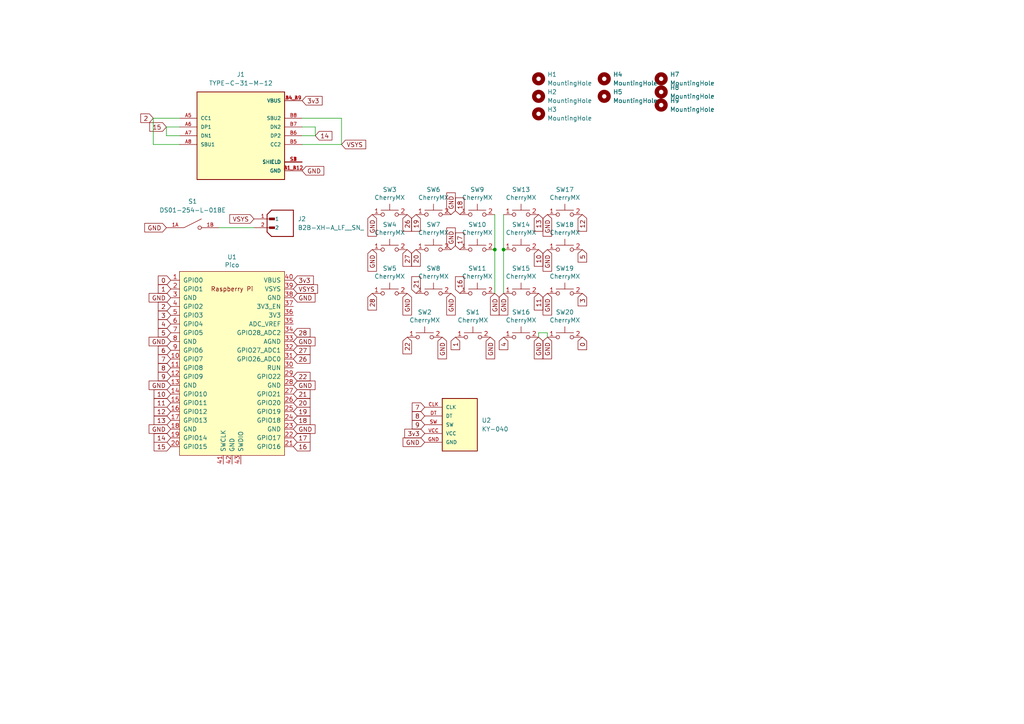
<source format=kicad_sch>
(kicad_sch (version 20230121) (generator eeschema)
  (paper "A4")
  (lib_symbols
    (symbol "B2B-XH-A_LF__SN_:B2B-XH-A_LF__SN_" (pin_names (offset 1.016))
      (property "Reference" "J" (at -2.54 6.35 0))
      (property "Value" "B2B-XH-A_LF__SN_" (at -2.54 -5.08 0))
      (symbol "B2B-XH-A_LF__SN__0_0"
        (rectangle (start -3.175 -0.3175) (end -1.5875 0.3175) (stroke (width 0.1)) (fill (type outline)))
        (rectangle (start -3.175 2.2225) (end -1.5875 2.8575) (stroke (width 0.1)) (fill (type outline)))
        (polyline (pts (xy -3.81 -1.27) (xy -2.54 -2.54)) (stroke (width 0.254)))
        (polyline (pts (xy -3.81 3.81) (xy -3.81 -1.27)) (stroke (width 0.254)))
        (polyline (pts (xy -3.81 3.81) (xy -2.54 5.08)) (stroke (width 0.254)))
        (polyline (pts (xy -2.54 -2.54) (xy 3.81 -2.54)) (stroke (width 0.254)))
        (polyline (pts (xy 3.81 -2.54) (xy 3.81 5.08)) (stroke (width 0.254)))
        (polyline (pts (xy 3.81 5.08) (xy -2.54 5.08)) (stroke (width 0.254)))
        (pin passive line (at -7.62 2.54 0) (length 5.08) (name "1") (number "1"))
        (pin passive line (at -7.62 0 0) (length 5.08) (name "2") (number "2"))
      )
    )
    (symbol "DS01-254-L-01BE:DS01-254-L-01BE" (pin_names (offset 1.016))
      (property "Reference" "S" (at -5.08 5.08 0))
      (property "Value" "DS01-254-L-01BE" (at -5.08 -5.08 0))
      (symbol "DS01-254-L-01BE_0_0"
        (polyline (pts (xy -2.54 0) (xy 2.54 2.54)) (stroke (width 0.1524)))
        (circle (center 2.032 0) (radius 0.508) (stroke (width 0.1524)))
        (pin passive line (at -7.62 0 0) (length 5.08) (name "~") (number "1A"))
        (pin passive line (at 7.62 0 180) (length 5.08) (name "~") (number "1B"))
      )
    )
    (symbol "KY-040:KY-040" (pin_names (offset 1.016))
      (property "Reference" "U" (at -5.08 10.16 0))
      (property "Value" "KY-040" (at -5.08 -12.7 0))
      (symbol "KY-040_0_0"
        (rectangle (start -5.08 -7.62) (end 5.08 7.62) (stroke (width 0.254)) (fill (type background)))
        (pin output line (at -10.16 5.08 0) (length 5.08) (name "CLK") (number "CLK"))
        (pin output line (at -10.16 2.54 0) (length 5.08) (name "DT") (number "DT"))
        (pin power_in line (at -10.16 -5.08 0) (length 5.08) (name "GND") (number "GND"))
        (pin output line (at -10.16 0 0) (length 5.08) (name "SW") (number "SW"))
        (pin power_in line (at -10.16 -2.54 0) (length 5.08) (name "VCC") (number "VCC"))
      )
    )
    (symbol "Keeb-rescue:CherryMX-CherryMX" (pin_names (offset 0.254))
      (property "Reference" "SW" (at 2.54 3.175 0))
      (property "Value" "CherryMX_CherryMX" (at 0 -1.905 0))
      (symbol "CherryMX-CherryMX_1_1"
        (circle (center -2.032 0) (radius 0.508))
        (polyline (pts (xy 0 1.27) (xy 0 3.048)))
        (polyline (pts (xy 2.54 1.27) (xy -2.54 1.27)))
        (circle (center 2.032 0) (radius 0.508))
        (pin passive line (at -5.08 0 0) (length 2.54) (name "~") (number "1"))
        (pin passive line (at 5.08 0 180) (length 2.54) (name "~") (number "2"))
      )
    )
    (symbol "Keeb-rescue:Pico-MCU_RaspberryPi_and_Boards" (pin_names (offset 1.016))
      (property "Reference" "U" (at -13.97 27.94 0))
      (property "Value" "MCU_RaspberryPi_and_Boards_Pico" (at 0 19.05 0))
      (symbol "Pico-MCU_RaspberryPi_and_Boards_0_0"
        (text "Raspberry Pi" (at 0 21.59 0) (effects (font (size 1.27 1.27))))
      )
      (symbol "Pico-MCU_RaspberryPi_and_Boards_0_1"
        (rectangle (start -15.24 26.67) (end 15.24 -26.67) (fill (type background)))
      )
      (symbol "Pico-MCU_RaspberryPi_and_Boards_1_1"
        (pin bidirectional line (at -17.78 24.13 0) (length 2.54) (name "GPIO0") (number "1"))
        (pin bidirectional line (at -17.78 1.27 0) (length 2.54) (name "GPIO7") (number "10"))
        (pin bidirectional line (at -17.78 -1.27 0) (length 2.54) (name "GPIO8") (number "11"))
        (pin bidirectional line (at -17.78 -3.81 0) (length 2.54) (name "GPIO9") (number "12"))
        (pin power_in line (at -17.78 -6.35 0) (length 2.54) (name "GND") (number "13"))
        (pin bidirectional line (at -17.78 -8.89 0) (length 2.54) (name "GPIO10") (number "14"))
        (pin bidirectional line (at -17.78 -11.43 0) (length 2.54) (name "GPIO11") (number "15"))
        (pin bidirectional line (at -17.78 -13.97 0) (length 2.54) (name "GPIO12") (number "16"))
        (pin bidirectional line (at -17.78 -16.51 0) (length 2.54) (name "GPIO13") (number "17"))
        (pin power_in line (at -17.78 -19.05 0) (length 2.54) (name "GND") (number "18"))
        (pin bidirectional line (at -17.78 -21.59 0) (length 2.54) (name "GPIO14") (number "19"))
        (pin bidirectional line (at -17.78 21.59 0) (length 2.54) (name "GPIO1") (number "2"))
        (pin bidirectional line (at -17.78 -24.13 0) (length 2.54) (name "GPIO15") (number "20"))
        (pin bidirectional line (at 17.78 -24.13 180) (length 2.54) (name "GPIO16") (number "21"))
        (pin bidirectional line (at 17.78 -21.59 180) (length 2.54) (name "GPIO17") (number "22"))
        (pin power_in line (at 17.78 -19.05 180) (length 2.54) (name "GND") (number "23"))
        (pin bidirectional line (at 17.78 -16.51 180) (length 2.54) (name "GPIO18") (number "24"))
        (pin bidirectional line (at 17.78 -13.97 180) (length 2.54) (name "GPIO19") (number "25"))
        (pin bidirectional line (at 17.78 -11.43 180) (length 2.54) (name "GPIO20") (number "26"))
        (pin bidirectional line (at 17.78 -8.89 180) (length 2.54) (name "GPIO21") (number "27"))
        (pin power_in line (at 17.78 -6.35 180) (length 2.54) (name "GND") (number "28"))
        (pin bidirectional line (at 17.78 -3.81 180) (length 2.54) (name "GPIO22") (number "29"))
        (pin power_in line (at -17.78 19.05 0) (length 2.54) (name "GND") (number "3"))
        (pin input line (at 17.78 -1.27 180) (length 2.54) (name "RUN") (number "30"))
        (pin bidirectional line (at 17.78 1.27 180) (length 2.54) (name "GPIO26_ADC0") (number "31"))
        (pin bidirectional line (at 17.78 3.81 180) (length 2.54) (name "GPIO27_ADC1") (number "32"))
        (pin power_in line (at 17.78 6.35 180) (length 2.54) (name "AGND") (number "33"))
        (pin bidirectional line (at 17.78 8.89 180) (length 2.54) (name "GPIO28_ADC2") (number "34"))
        (pin unspecified line (at 17.78 11.43 180) (length 2.54) (name "ADC_VREF") (number "35"))
        (pin unspecified line (at 17.78 13.97 180) (length 2.54) (name "3V3") (number "36"))
        (pin input line (at 17.78 16.51 180) (length 2.54) (name "3V3_EN") (number "37"))
        (pin bidirectional line (at 17.78 19.05 180) (length 2.54) (name "GND") (number "38"))
        (pin unspecified line (at 17.78 21.59 180) (length 2.54) (name "VSYS") (number "39"))
        (pin bidirectional line (at -17.78 16.51 0) (length 2.54) (name "GPIO2") (number "4"))
        (pin unspecified line (at 17.78 24.13 180) (length 2.54) (name "VBUS") (number "40"))
        (pin input line (at -2.54 -29.21 90) (length 2.54) (name "SWCLK") (number "41"))
        (pin power_in line (at 0 -29.21 90) (length 2.54) (name "GND") (number "42"))
        (pin bidirectional line (at 2.54 -29.21 90) (length 2.54) (name "SWDIO") (number "43"))
        (pin bidirectional line (at -17.78 13.97 0) (length 2.54) (name "GPIO3") (number "5"))
        (pin bidirectional line (at -17.78 11.43 0) (length 2.54) (name "GPIO4") (number "6"))
        (pin bidirectional line (at -17.78 8.89 0) (length 2.54) (name "GPIO5") (number "7"))
        (pin power_in line (at -17.78 6.35 0) (length 2.54) (name "GND") (number "8"))
        (pin bidirectional line (at -17.78 3.81 0) (length 2.54) (name "GPIO6") (number "9"))
      )
    )
    (symbol "Mechanical:MountingHole" (pin_names (offset 1.016))
      (property "Reference" "H" (at 0 5.08 0))
      (property "Value" "MountingHole" (at 0 3.175 0))
      (symbol "MountingHole_0_1"
        (circle (center 0 0) (radius 1.27) (stroke (width 1.27)))
      )
    )
    (symbol "TypeC:TYPE-C-31-M-12" (pin_names (offset 1.016))
      (property "Reference" "J" (at -12.7 13.462 0))
      (property "Value" "TYPE-C-31-M-12" (at -12.7 -13.462 0))
      (symbol "TYPE-C-31-M-12_0_0"
        (rectangle (start -12.7 -12.7) (end 12.7 12.7) (stroke (width 0.254)) (fill (type background)))
        (pin power_in line (at 17.78 -10.16 180) (length 5.08) (name "GND") (number "A1_B12"))
        (pin power_in line (at 17.78 10.16 180) (length 5.08) (name "VBUS") (number "A4_B9"))
        (pin bidirectional line (at -17.78 5.08 0) (length 5.08) (name "CC1") (number "A5"))
        (pin bidirectional line (at -17.78 2.54 0) (length 5.08) (name "DP1") (number "A6"))
        (pin bidirectional line (at -17.78 0 0) (length 5.08) (name "DN1") (number "A7"))
        (pin bidirectional line (at -17.78 -2.54 0) (length 5.08) (name "SBU1") (number "A8"))
        (pin power_in line (at 17.78 -10.16 180) (length 5.08) (name "GND") (number "B1_A12"))
        (pin power_in line (at 17.78 10.16 180) (length 5.08) (name "VBUS") (number "B4_A9"))
        (pin bidirectional line (at 17.78 -2.54 180) (length 5.08) (name "CC2") (number "B5"))
        (pin bidirectional line (at 17.78 0 180) (length 5.08) (name "DP2") (number "B6"))
        (pin bidirectional line (at 17.78 2.54 180) (length 5.08) (name "DN2") (number "B7"))
        (pin bidirectional line (at 17.78 5.08 180) (length 5.08) (name "SBU2") (number "B8"))
        (pin passive line (at 17.78 -7.62 180) (length 5.08) (name "SHIELD") (number "S1"))
        (pin passive line (at 17.78 -7.62 180) (length 5.08) (name "SHIELD") (number "S2"))
        (pin passive line (at 17.78 -7.62 180) (length 5.08) (name "SHIELD") (number "S3"))
        (pin passive line (at 17.78 -7.62 180) (length 5.08) (name "SHIELD") (number "S4"))
      )
    )
  )
  (junction (at 146.05 72.39))
  (junction (at 143.51 72.39))
  (wire (pts (xy 146.05 62.23) (xy 146.05 72.39)))
  (wire (pts (xy 156.21 96.52) (xy 158.75 96.52)))
  (wire (pts (xy 44.45 41.91) (xy 52.07 41.91)))
  (wire (pts (xy 143.51 62.23) (xy 143.51 72.39)))
  (wire (pts (xy 99.06 41.91) (xy 87.63 41.91)))
  (wire (pts (xy 52.07 36.83) (xy 48.26 36.83)))
  (wire (pts (xy 156.21 97.79) (xy 156.21 96.52)))
  (wire (pts (xy 91.44 36.83) (xy 91.44 39.37)))
  (wire (pts (xy 63.5 66.04) (xy 73.66 66.04)))
  (wire (pts (xy 146.05 72.39) (xy 146.05 85.09)))
  (wire (pts (xy 91.44 39.37) (xy 87.63 39.37)))
  (wire (pts (xy 158.75 96.52) (xy 158.75 97.79)))
  (wire (pts (xy 48.26 39.37) (xy 52.07 39.37)))
  (wire (pts (xy 52.07 34.29) (xy 44.45 34.29)))
  (wire (pts (xy 48.26 36.83) (xy 48.26 39.37)))
  (wire (pts (xy 143.51 72.39) (xy 143.51 85.09)))
  (wire (pts (xy 44.45 34.29) (xy 44.45 41.91)))
  (wire (pts (xy 99.06 34.29) (xy 99.06 41.91)))
  (wire (pts (xy 87.63 36.83) (xy 91.44 36.83)))
  (wire (pts (xy 87.63 34.29) (xy 99.06 34.29)))
  (global_label "4" (shape input) (at 146.05 97.79 270) (property "Intersheetrefs" "${INTERSHEET_REFS}" (effects hide)))
  (global_label "GND" (shape input) (at 128.27 97.79 270) (property "Intersheetrefs" "${INTERSHEET_REFS}" (effects hide)))
  (global_label "5" (shape input) (at 49.53 96.52 180) (property "Intersheetrefs" "${INTERSHEET_REFS}" (effects hide)))
  (global_label "GND" (shape input) (at 130.81 62.23 90) (property "Intersheetrefs" "${INTERSHEET_REFS}" (effects hide)))
  (global_label "GND" (shape input) (at 49.53 124.46 180) (property "Intersheetrefs" "${INTERSHEET_REFS}" (effects hide)))
  (global_label "GND" (shape input) (at 107.95 72.39 270) (property "Intersheetrefs" "${INTERSHEET_REFS}" (effects hide)))
  (global_label "GND" (shape input) (at 158.75 62.23 270) (property "Intersheetrefs" "${INTERSHEET_REFS}" (effects hide)))
  (global_label "11" (shape input) (at 49.53 116.84 180) (property "Intersheetrefs" "${INTERSHEET_REFS}" (effects hide)))
  (global_label "1" (shape input) (at 132.08 97.79 270) (property "Intersheetrefs" "${INTERSHEET_REFS}" (effects hide)))
  (global_label "3" (shape input) (at 49.53 91.44 180) (property "Intersheetrefs" "${INTERSHEET_REFS}" (effects hide)))
  (global_label "GND" (shape input) (at 146.05 85.09 270) (property "Intersheetrefs" "${INTERSHEET_REFS}" (effects hide)))
  (global_label "GND" (shape input) (at 49.53 99.06 180) (property "Intersheetrefs" "${INTERSHEET_REFS}" (effects hide)))
  (global_label "GND" (shape input) (at 123.19 128.27 180) (property "Intersheetrefs" "${INTERSHEET_REFS}" (effects hide)))
  (global_label "22" (shape input) (at 85.09 109.22 0) (property "Intersheetrefs" "${INTERSHEET_REFS}" (effects hide)))
  (global_label "13" (shape input) (at 49.53 121.92 180) (property "Intersheetrefs" "${INTERSHEET_REFS}" (effects hide)))
  (global_label "GND" (shape input) (at 85.09 99.06 0) (property "Intersheetrefs" "${INTERSHEET_REFS}" (effects hide)))
  (global_label "GND" (shape input) (at 142.24 97.79 270) (property "Intersheetrefs" "${INTERSHEET_REFS}" (effects hide)))
  (global_label "0" (shape input) (at 168.91 97.79 270) (property "Intersheetrefs" "${INTERSHEET_REFS}" (effects hide)))
  (global_label "7" (shape input) (at 123.19 118.11 180) (property "Intersheetrefs" "${INTERSHEET_REFS}" (effects hide)))
  (global_label "12" (shape input) (at 168.91 62.23 270) (property "Intersheetrefs" "${INTERSHEET_REFS}" (effects hide)))
  (global_label "27" (shape input) (at 85.09 101.6 0) (property "Intersheetrefs" "${INTERSHEET_REFS}" (effects hide)))
  (global_label "28" (shape input) (at 107.95 85.09 270) (property "Intersheetrefs" "${INTERSHEET_REFS}" (effects hide)))
  (global_label "28" (shape input) (at 85.09 96.52 0) (property "Intersheetrefs" "${INTERSHEET_REFS}" (effects hide)))
  (global_label "GND" (shape input) (at 49.53 111.76 180) (property "Intersheetrefs" "${INTERSHEET_REFS}" (effects hide)))
  (global_label "8" (shape input) (at 123.19 120.65 180) (property "Intersheetrefs" "${INTERSHEET_REFS}" (effects hide)))
  (global_label "GND" (shape input) (at 107.95 62.23 270) (property "Intersheetrefs" "${INTERSHEET_REFS}" (effects hide)))
  (global_label "14" (shape input) (at 49.53 127 180) (property "Intersheetrefs" "${INTERSHEET_REFS}" (effects hide)))
  (global_label "17" (shape input) (at 85.09 127 0) (property "Intersheetrefs" "${INTERSHEET_REFS}" (effects hide)))
  (global_label "18" (shape input) (at 85.09 121.92 0) (property "Intersheetrefs" "${INTERSHEET_REFS}" (effects hide)))
  (global_label "18" (shape input) (at 133.35 62.23 90) (property "Intersheetrefs" "${INTERSHEET_REFS}" (effects hide)))
  (global_label "4" (shape input) (at 49.53 93.98 180) (property "Intersheetrefs" "${INTERSHEET_REFS}" (effects hide)))
  (global_label "GND" (shape input) (at 49.53 86.36 180) (property "Intersheetrefs" "${INTERSHEET_REFS}" (effects hide)))
  (global_label "20" (shape input) (at 85.09 116.84 0) (property "Intersheetrefs" "${INTERSHEET_REFS}" (effects hide)))
  (global_label "GND" (shape input) (at 87.63 49.53 0) (property "Intersheetrefs" "${INTERSHEET_REFS}" (effects hide)))
  (global_label "11" (shape input) (at 156.21 85.09 270) (property "Intersheetrefs" "${INTERSHEET_REFS}" (effects hide)))
  (global_label "GND" (shape input) (at 85.09 111.76 0) (property "Intersheetrefs" "${INTERSHEET_REFS}" (effects hide)))
  (global_label "VSYS" (shape input) (at 99.06 41.91 0) (property "Intersheetrefs" "${INTERSHEET_REFS}" (effects hide)))
  (global_label "GND" (shape input) (at 158.75 72.39 270) (property "Intersheetrefs" "${INTERSHEET_REFS}" (effects hide)))
  (global_label "GND" (shape input) (at 48.26 66.04 180) (property "Intersheetrefs" "${INTERSHEET_REFS}" (effects hide)))
  (global_label "13" (shape input) (at 156.21 62.23 270) (property "Intersheetrefs" "${INTERSHEET_REFS}" (effects hide)))
  (global_label "21" (shape input) (at 120.65 85.09 90) (property "Intersheetrefs" "${INTERSHEET_REFS}" (effects hide)))
  (global_label "9" (shape input) (at 49.53 109.22 180) (property "Intersheetrefs" "${INTERSHEET_REFS}" (effects hide)))
  (global_label "2" (shape input) (at 49.53 88.9 180) (property "Intersheetrefs" "${INTERSHEET_REFS}" (effects hide)))
  (global_label "GND" (shape input) (at 130.81 85.09 270) (property "Intersheetrefs" "${INTERSHEET_REFS}" (effects hide)))
  (global_label "9" (shape input) (at 123.19 123.19 180) (property "Intersheetrefs" "${INTERSHEET_REFS}" (effects hide)))
  (global_label "20" (shape input) (at 120.65 72.39 270) (property "Intersheetrefs" "${INTERSHEET_REFS}" (effects hide)))
  (global_label "27" (shape input) (at 118.11 72.39 270) (property "Intersheetrefs" "${INTERSHEET_REFS}" (effects hide)))
  (global_label "17" (shape input) (at 133.35 72.39 90) (property "Intersheetrefs" "${INTERSHEET_REFS}" (effects hide)))
  (global_label "3v3" (shape input) (at 87.63 29.21 0) (property "Intersheetrefs" "${INTERSHEET_REFS}" (effects hide)))
  (global_label "GND" (shape input) (at 118.11 85.09 270) (property "Intersheetrefs" "${INTERSHEET_REFS}" (effects hide)))
  (global_label "0" (shape input) (at 49.53 81.28 180) (property "Intersheetrefs" "${INTERSHEET_REFS}" (effects hide)))
  (global_label "15" (shape input) (at 48.26 36.83 180) (property "Intersheetrefs" "${INTERSHEET_REFS}" (effects hide)))
  (global_label "12" (shape input) (at 49.53 119.38 180) (property "Intersheetrefs" "${INTERSHEET_REFS}" (effects hide)))
  (global_label "7" (shape input) (at 49.53 104.14 180) (property "Intersheetrefs" "${INTERSHEET_REFS}" (effects hide)))
  (global_label "GND" (shape input) (at 130.81 72.39 90) (property "Intersheetrefs" "${INTERSHEET_REFS}" (effects hide)))
  (global_label "GND" (shape input) (at 158.75 97.79 270) (property "Intersheetrefs" "${INTERSHEET_REFS}" (effects hide)))
  (global_label "16" (shape input) (at 133.35 85.09 90) (property "Intersheetrefs" "${INTERSHEET_REFS}" (effects hide)))
  (global_label "10" (shape input) (at 156.21 72.39 270) (property "Intersheetrefs" "${INTERSHEET_REFS}" (effects hide)))
  (global_label "22" (shape input) (at 118.11 97.79 270) (property "Intersheetrefs" "${INTERSHEET_REFS}" (effects hide)))
  (global_label "GND" (shape input) (at 156.21 97.79 270) (property "Intersheetrefs" "${INTERSHEET_REFS}" (effects hide)))
  (global_label "19" (shape input) (at 85.09 119.38 0) (property "Intersheetrefs" "${INTERSHEET_REFS}" (effects hide)))
  (global_label "GND" (shape input) (at 158.75 85.09 270) (property "Intersheetrefs" "${INTERSHEET_REFS}" (effects hide)))
  (global_label "14" (shape input) (at 91.44 39.37 0) (property "Intersheetrefs" "${INTERSHEET_REFS}" (effects hide)))
  (global_label "21" (shape input) (at 85.09 114.3 0) (property "Intersheetrefs" "${INTERSHEET_REFS}" (effects hide)))
  (global_label "3v3" (shape input) (at 85.09 81.28 0) (property "Intersheetrefs" "${INTERSHEET_REFS}" (effects hide)))
  (global_label "16" (shape input) (at 85.09 129.54 0) (property "Intersheetrefs" "${INTERSHEET_REFS}" (effects hide)))
  (global_label "15" (shape input) (at 49.53 129.54 180) (property "Intersheetrefs" "${INTERSHEET_REFS}" (effects hide)))
  (global_label "26" (shape input) (at 85.09 104.14 0) (property "Intersheetrefs" "${INTERSHEET_REFS}" (effects hide)))
  (global_label "GND" (shape input) (at 85.09 86.36 0) (property "Intersheetrefs" "${INTERSHEET_REFS}" (effects hide)))
  (global_label "5" (shape input) (at 168.91 72.39 270) (property "Intersheetrefs" "${INTERSHEET_REFS}" (effects hide)))
  (global_label "3" (shape input) (at 168.91 85.09 270) (property "Intersheetrefs" "${INTERSHEET_REFS}" (effects hide)))
  (global_label "6" (shape input) (at 49.53 101.6 180) (property "Intersheetrefs" "${INTERSHEET_REFS}" (effects hide)))
  (global_label "19" (shape input) (at 120.65 62.23 270) (property "Intersheetrefs" "${INTERSHEET_REFS}" (effects hide)))
  (global_label "GND" (shape input) (at 143.51 85.09 270) (property "Intersheetrefs" "${INTERSHEET_REFS}" (effects hide)))
  (global_label "8" (shape input) (at 49.53 106.68 180) (property "Intersheetrefs" "${INTERSHEET_REFS}" (effects hide)))
  (global_label "10" (shape input) (at 49.53 114.3 180) (property "Intersheetrefs" "${INTERSHEET_REFS}" (effects hide)))
  (global_label "1" (shape input) (at 49.53 83.82 180) (property "Intersheetrefs" "${INTERSHEET_REFS}" (effects hide)))
  (global_label "3v3" (shape input) (at 123.19 125.73 180) (property "Intersheetrefs" "${INTERSHEET_REFS}" (effects hide)))
  (global_label "VSYS" (shape input) (at 73.66 63.5 180) (property "Intersheetrefs" "${INTERSHEET_REFS}" (effects hide)))
  (global_label "26" (shape input) (at 118.11 62.23 270) (property "Intersheetrefs" "${INTERSHEET_REFS}" (effects hide)))
  (global_label "GND" (shape input) (at 85.09 124.46 0) (property "Intersheetrefs" "${INTERSHEET_REFS}" (effects hide)))
  (global_label "2" (shape input) (at 44.45 34.29 180) (property "Intersheetrefs" "${INTERSHEET_REFS}" (effects hide)))
  (global_label "VSYS" (shape input) (at 85.09 83.82 0) (property "Intersheetrefs" "${INTERSHEET_REFS}" (effects hide)))
  (symbol (lib_id "Keeb-rescue:Pico-MCU_RaspberryPi_and_Boards") (at 67.31 105.41 0) (unit 1)
    (property "Reference" "U1" (at 67.31 74.549 0))
    (property "Value" "Pico" (at 67.31 76.8604 0))
    (property "Footprint" "MCU_RaspberryPi_and_Boards:RPi_Pico_SMD_TH_NO_BACK_HOLES" (effects hide))
  )
  (symbol (lib_id "Keeb-rescue:CherryMX-CherryMX") (at 113.03 62.23 0) (unit 1)
    (property "Reference" "SW3" (at 113.03 54.991 0))
    (property "Value" "CherryMX" (at 113.03 57.3024 0))
    (property "Footprint" "ScottoKeebs_Hotswap:Hotswap_MX_Plated_1.00u_Smaller_hole" (effects hide))
  )
  (symbol (lib_id "Keeb-rescue:CherryMX-CherryMX") (at 125.73 62.23 0) (unit 1)
    (property "Reference" "SW6" (at 125.73 54.991 0))
    (property "Value" "CherryMX" (at 125.73 57.3024 0))
    (property "Footprint" "ScottoKeebs_Hotswap:Hotswap_MX_Plated_1.00u_Smaller_hole" (effects hide))
  )
  (symbol (lib_id "Keeb-rescue:CherryMX-CherryMX") (at 138.43 62.23 0) (unit 1)
    (property "Reference" "SW9" (at 138.43 54.991 0))
    (property "Value" "CherryMX" (at 138.43 57.3024 0))
    (property "Footprint" "ScottoKeebs_Hotswap:Hotswap_MX_Plated_1.00u_Smaller_hole" (effects hide))
  )
  (symbol (lib_id "Keeb-rescue:CherryMX-CherryMX") (at 151.13 62.23 0) (unit 1)
    (property "Reference" "SW13" (at 151.13 54.991 0))
    (property "Value" "CherryMX" (at 151.13 57.3024 0))
    (property "Footprint" "ScottoKeebs_Hotswap:Hotswap_MX_Plated_1.00u_Smaller_hole" (effects hide))
  )
  (symbol (lib_id "Keeb-rescue:CherryMX-CherryMX") (at 163.83 62.23 0) (unit 1)
    (property "Reference" "SW17" (at 163.83 54.991 0))
    (property "Value" "CherryMX" (at 163.83 57.3024 0))
    (property "Footprint" "ScottoKeebs_Hotswap:Hotswap_MX_Plated_1.00u_Smaller_hole" (effects hide))
  )
  (symbol (lib_id "Keeb-rescue:CherryMX-CherryMX") (at 113.03 72.39 0) (unit 1)
    (property "Reference" "SW4" (at 113.03 65.151 0))
    (property "Value" "CherryMX" (at 113.03 67.4624 0))
    (property "Footprint" "ScottoKeebs_Hotswap:Hotswap_MX_Plated_1.00u_Smaller_hole" (effects hide))
  )
  (symbol (lib_id "Keeb-rescue:CherryMX-CherryMX") (at 125.73 72.39 0) (unit 1)
    (property "Reference" "SW7" (at 125.73 65.151 0))
    (property "Value" "CherryMX" (at 125.73 67.4624 0))
    (property "Footprint" "ScottoKeebs_Hotswap:Hotswap_MX_Plated_1.00u_Smaller_hole" (effects hide))
  )
  (symbol (lib_id "Keeb-rescue:CherryMX-CherryMX") (at 138.43 72.39 0) (unit 1)
    (property "Reference" "SW10" (at 138.43 65.151 0))
    (property "Value" "CherryMX" (at 138.43 67.4624 0))
    (property "Footprint" "ScottoKeebs_Hotswap:Hotswap_MX_Plated_1.00u_Smaller_hole" (effects hide))
  )
  (symbol (lib_id "Keeb-rescue:CherryMX-CherryMX") (at 151.13 72.39 0) (unit 1)
    (property "Reference" "SW14" (at 151.13 65.151 0))
    (property "Value" "CherryMX" (at 151.13 67.4624 0))
    (property "Footprint" "ScottoKeebs_Hotswap:Hotswap_MX_Plated_1.00u_Smaller_hole" (effects hide))
  )
  (symbol (lib_id "Keeb-rescue:CherryMX-CherryMX") (at 163.83 72.39 0) (unit 1)
    (property "Reference" "SW18" (at 163.83 65.151 0))
    (property "Value" "CherryMX" (at 163.83 67.4624 0))
    (property "Footprint" "ScottoKeebs_Hotswap:Hotswap_MX_Plated_1.00u_Smaller_hole" (effects hide))
  )
  (symbol (lib_id "Keeb-rescue:CherryMX-CherryMX") (at 113.03 85.09 0) (unit 1)
    (property "Reference" "SW5" (at 113.03 77.851 0))
    (property "Value" "CherryMX" (at 113.03 80.1624 0))
    (property "Footprint" "ScottoKeebs_Hotswap:Hotswap_MX_Plated_1.00u_Smaller_hole" (effects hide))
  )
  (symbol (lib_id "Keeb-rescue:CherryMX-CherryMX") (at 125.73 85.09 0) (unit 1)
    (property "Reference" "SW8" (at 125.73 77.851 0))
    (property "Value" "CherryMX" (at 125.73 80.1624 0))
    (property "Footprint" "ScottoKeebs_Hotswap:Hotswap_MX_Plated_1.00u_Smaller_hole" (effects hide))
  )
  (symbol (lib_id "Keeb-rescue:CherryMX-CherryMX") (at 138.43 85.09 0) (unit 1)
    (property "Reference" "SW11" (at 138.43 77.851 0))
    (property "Value" "CherryMX" (at 138.43 80.1624 0))
    (property "Footprint" "ScottoKeebs_Hotswap:Hotswap_MX_Plated_1.00u_Smaller_hole" (effects hide))
  )
  (symbol (lib_id "Keeb-rescue:CherryMX-CherryMX") (at 151.13 85.09 0) (unit 1)
    (property "Reference" "SW15" (at 151.13 77.851 0))
    (property "Value" "CherryMX" (at 151.13 80.1624 0))
    (property "Footprint" "ScottoKeebs_Hotswap:Hotswap_MX_Plated_1.00u_Smaller_hole" (effects hide))
  )
  (symbol (lib_id "Keeb-rescue:CherryMX-CherryMX") (at 163.83 85.09 0) (unit 1)
    (property "Reference" "SW19" (at 163.83 77.851 0))
    (property "Value" "CherryMX" (at 163.83 80.1624 0))
    (property "Footprint" "ScottoKeebs_Hotswap:Hotswap_MX_Plated_1.00u_Smaller_hole" (effects hide))
  )
  (symbol (lib_id "Keeb-rescue:CherryMX-CherryMX") (at 151.13 97.79 0) (unit 1)
    (property "Reference" "SW16" (at 151.13 90.551 0))
    (property "Value" "CherryMX" (at 151.13 92.8624 0))
    (property "Footprint" "ScottoKeebs_Hotswap:Hotswap_MX_Plated_1.00u_Smaller_hole" (effects hide))
  )
  (symbol (lib_id "Keeb-rescue:CherryMX-CherryMX") (at 163.83 97.79 0) (unit 1)
    (property "Reference" "SW20" (at 163.83 90.551 0))
    (property "Value" "CherryMX" (at 163.83 92.8624 0))
    (property "Footprint" "ScottoKeebs_Hotswap:Hotswap_MX_Plated_1.00u_Smaller_hole" (effects hide))
  )
  (symbol (lib_id "Mechanical:MountingHole") (at 191.77 22.86 0) (unit 1)
    (property "Reference" "H7" (at 194.31 21.59 0) (effects (justify left)))
    (property "Value" "MountingHole" (at 194.31 24.13 0) (effects (justify left)))
    (property "Footprint" "MountingHole:MountingHole_3.2mm_M3" (effects hide))
  )
  (symbol (lib_id "Keeb-rescue:CherryMX-CherryMX") (at 137.16 97.79 0) (unit 1)
    (property "Reference" "SW1" (at 137.16 90.551 0))
    (property "Value" "CherryMX" (at 137.16 92.8624 0))
    (property "Footprint" "ScottoKeebs_Hotswap:Hotswap_MX_Plated_1.00u_Smaller_hole" (effects hide))
  )
  (symbol (lib_id "TypeC:TYPE-C-31-M-12") (at 69.85 39.37 0) (unit 1)
    (property "Reference" "J1" (at 69.85 21.59 0))
    (property "Value" "TYPE-C-31-M-12" (at 69.85 24.13 0))
    (property "Footprint" "TypeC:HRO_TYPE-C-31-M-12" (effects hide))
    (property "MF" "HRO Electronics Co., Ltd." (effects hide))
    (property "MAXIMUM_PACKAGE_HEIGHT" "3.26 mm" (effects hide))
    (property "Package" "Package" (effects hide))
    (property "Price" "None" (effects hide))
    (property "Check_prices" "https://www.snapeda.com/parts/TYPE-C-31-M-12/HRO+Electronics+Co.%252C+Ltd./view-part/?ref=eda" (effects hide))
    (property "STANDARD" "Manufacturer Recommendations" (effects hide))
    (property "PARTREV" "2020.12.08" (effects hide))
    (property "SnapEDA_Link" "https://www.snapeda.com/parts/TYPE-C-31-M-12/HRO+Electronics+Co.%252C+Ltd./view-part/?ref=snap" (effects hide))
    (property "MP" "TYPE-C-31-M-12" (effects hide))
    (property "Description" "\nUSB Connectors 24 Receptacle 1 8.94*7.3mm RoHS\n" (effects hide))
    (property "SNAPEDA_PN" "TYPE-C-31-M-12" (effects hide))
    (property "Availability" "Not in stock" (effects hide))
    (property "MANUFACTURER" "HRO Electronics Co., Ltd." (effects hide))
  )
  (symbol (lib_id "Mechanical:MountingHole") (at 191.77 26.67 0) (unit 1)
    (property "Reference" "H8" (at 194.31 25.4 0) (effects (justify left)))
    (property "Value" "MountingHole" (at 194.31 27.94 0) (effects (justify left)))
    (property "Footprint" "MountingHole:MountingHole_3.2mm_M3" (effects hide))
  )
  (symbol (lib_id "DS01-254-L-01BE:DS01-254-L-01BE") (at 55.88 66.04 0) (unit 1)
    (property "Reference" "S1" (at 55.88 58.42 0))
    (property "Value" "DS01-254-L-01BE" (at 55.88 60.96 0))
    (property "Footprint" "DIP:SW_DS01-254-L-01BE" (effects hide))
    (property "MF" "CUI Devices" (effects hide))
    (property "MAXIMUM_PACKAGE_HEIGHT" "7.0mm" (effects hide))
    (property "Package" "None" (effects hide))
    (property "Price" "None" (effects hide))
    (property "Check_prices" "https://www.snapeda.com/parts/DS01-254-L-01BE/CUI+Devices/view-part/?ref=eda" (effects hide))
    (property "STANDARD" "Manufacturer recommendations" (effects hide))
    (property "PARTREV" "1.0" (effects hide))
    (property "SnapEDA_Link" "https://www.snapeda.com/parts/DS01-254-L-01BE/CUI+Devices/view-part/?ref=snap" (effects hide))
    (property "MP" "DS01-254-L-01BE" (effects hide))
    (property "Purchase-URL" "https://www.snapeda.com/api/url_track_click_mouser/?unipart_id=4467329&manufacturer=CUI Devices&part_name=DS01-254-L-01BE&search_term=None" (effects hide))
    (property "Description" "1 Position, Through Hole, 2.54 mm Pitch, Raised Slide Actuator, Flat Bottom, Long Pin, DIP Switch" (effects hide))
    (property "CUI_purchase_URL" "https://www.cuidevices.com/product/switches/dip-switches/ds01-254-l-01be?utm_source=snapeda.com&utm_medium=referral&utm_campaign=snapedaBOM" (effects hide))
    (property "Availability" "In Stock" (effects hide))
    (property "MANUFACTURER" "CUI" (effects hide))
  )
  (symbol (lib_id "B2B-XH-A_LF__SN_:B2B-XH-A_LF__SN_") (at 81.28 66.04 0) (unit 1)
    (property "Reference" "J2" (at 86.36 63.5 0) (effects (justify left)))
    (property "Value" "B2B-XH-A_LF__SN_" (at 86.36 66.04 0) (effects (justify left)))
    (property "Footprint" "Connectors_user:JST_B2B-XH-A_LF__SN_" (effects hide))
    (property "MF" "JST Sales America Inc." (effects hide))
    (property "MAXIMUM_PACKAGE_HEIGHT" "7 mm" (effects hide))
    (property "Package" "None" (effects hide))
    (property "Price" "None" (effects hide))
    (property "Check_prices" "https://www.snapeda.com/parts/B2B-XH-A(LF)(SN)/JST+Sales+America+Inc./view-part/?ref=eda" (effects hide))
    (property "STANDARD" "Manufacturer Recommendations" (effects hide))
    (property "PARTREV" "N/A" (effects hide))
    (property "SnapEDA_Link" "https://www.snapeda.com/parts/B2B-XH-A(LF)(SN)/JST+Sales+America+Inc./view-part/?ref=snap" (effects hide))
    (property "MP" "B2B-XH-A(LF)(SN)" (effects hide))
    (property "Description" "\nConnector Header Through Hole 2 position 0.098 (2.50mm)\n" (effects hide))
    (property "Availability" "In Stock" (effects hide))
    (property "MANUFACTURER" "JST Sales America Inc." (effects hide))
  )
  (symbol (lib_id "KY-040:KY-040") (at 133.35 123.19 0) (unit 1)
    (property "Reference" "U2" (at 139.7 121.92 0) (effects (justify left)))
    (property "Value" "KY-040" (at 139.7 124.46 0) (effects (justify left)))
    (property "Footprint" "KY-040:KY-040-PORT" (effects hide))
    (property "MF" "Joy-IT" (effects hide))
    (property "Description" "\nKY-5.0-4P Green(RAL6018/T) ; CONTACT WITH TIN PLATED MARK\n" (effects hide))
    (property "Package" "Package" (effects hide))
    (property "Price" "None" (effects hide))
    (property "SnapEDA_Link" "https://www.snapeda.com/parts/KY-040/Joy-IT/view-part/?ref=snap" (effects hide))
    (property "MP" "KY-040" (effects hide))
    (property "Availability" "Not in stock" (effects hide))
    (property "Check_prices" "https://www.snapeda.com/parts/KY-040/Joy-IT/view-part/?ref=eda" (effects hide))
  )
  (symbol (lib_id "Mechanical:MountingHole") (at 175.26 22.86 0) (unit 1)
    (property "Reference" "H4" (at 177.8 21.59 0) (effects (justify left)))
    (property "Value" "MountingHole" (at 177.8 24.13 0) (effects (justify left)))
    (property "Footprint" "MountingHole:MountingHole_3.2mm_M3" (effects hide))
  )
  (symbol (lib_id "Mechanical:MountingHole") (at 156.21 22.86 0) (unit 1)
    (property "Reference" "H1" (at 158.75 21.59 0) (effects (justify left)))
    (property "Value" "MountingHole" (at 158.75 24.13 0) (effects (justify left)))
    (property "Footprint" "MountingHole:MountingHole_3.2mm_M3" (effects hide))
  )
  (symbol (lib_id "Mechanical:MountingHole") (at 156.21 27.94 0) (unit 1)
    (property "Reference" "H2" (at 158.75 26.67 0) (effects (justify left)))
    (property "Value" "MountingHole" (at 158.75 29.21 0) (effects (justify left)))
    (property "Footprint" "MountingHole:MountingHole_3.2mm_M3" (effects hide))
  )
  (symbol (lib_id "Mechanical:MountingHole") (at 156.21 33.02 0) (unit 1)
    (property "Reference" "H3" (at 158.75 31.75 0) (effects (justify left)))
    (property "Value" "MountingHole" (at 158.75 34.29 0) (effects (justify left)))
    (property "Footprint" "MountingHole:MountingHole_3.2mm_M3" (effects hide))
  )
  (symbol (lib_id "Mechanical:MountingHole") (at 175.26 27.94 0) (unit 1)
    (property "Reference" "H5" (at 177.8 26.67 0) (effects (justify left)))
    (property "Value" "MountingHole" (at 177.8 29.21 0) (effects (justify left)))
    (property "Footprint" "MountingHole:MountingHole_3.2mm_M3" (effects hide))
  )
  (symbol (lib_id "Keeb-rescue:CherryMX-CherryMX") (at 123.19 97.79 0) (unit 1)
    (property "Reference" "SW2" (at 123.19 90.551 0))
    (property "Value" "CherryMX" (at 123.19 92.8624 0))
    (property "Footprint" "ScottoKeebs_Hotswap:Hotswap_MX_Plated_1.00u_Smaller_hole" (effects hide))
  )
  (symbol (lib_id "Mechanical:MountingHole") (at 191.77 30.48 0) (unit 1)
    (property "Reference" "H9" (at 194.31 29.21 0) (effects (justify left)))
    (property "Value" "MountingHole" (at 194.31 31.75 0) (effects (justify left)))
    (property "Footprint" "MountingHole:MountingHole_3.2mm_M3" (effects hide))
  )
)
</source>
